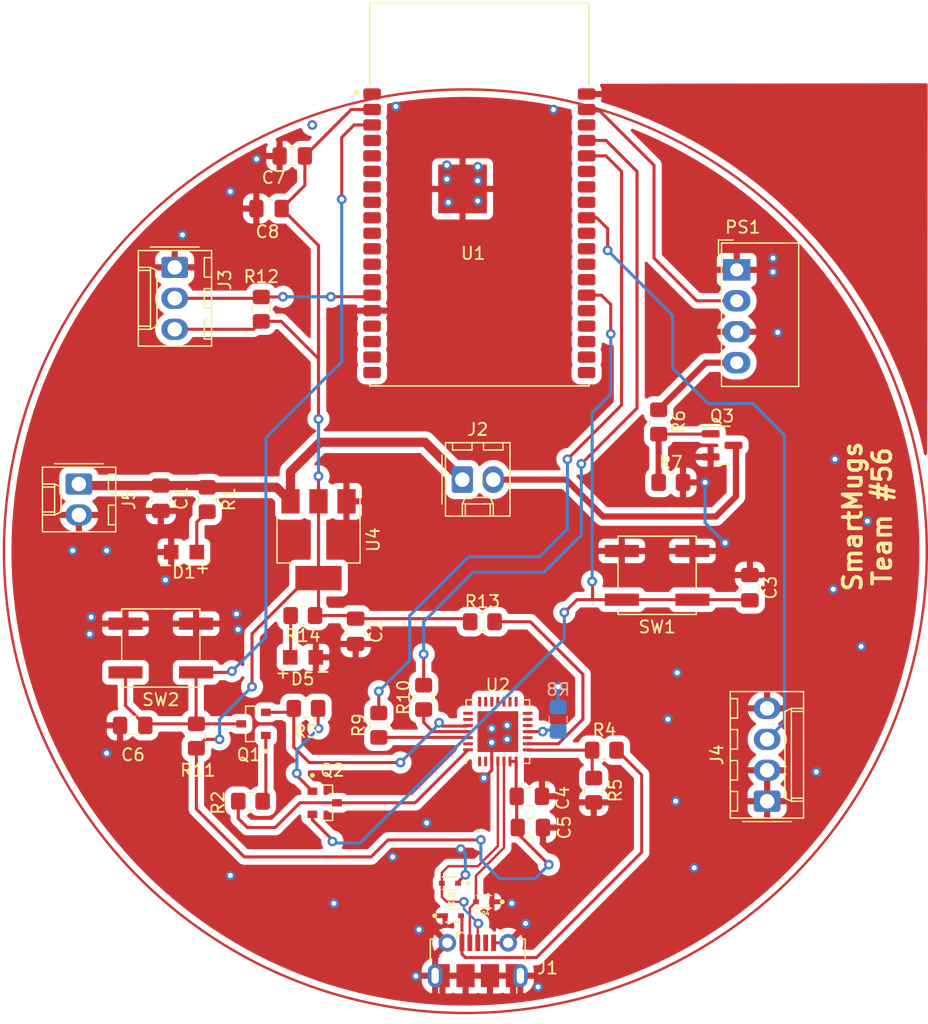
<source format=kicad_pcb>
(kicad_pcb (version 20211014) (generator pcbnew)
  (layers (0 "F.Cu" signal) (31 "B.Cu" signal) (34 "B.Paste" user) (35 "F.Paste" user) (36 "B.SilkS" user "B.Silkscreen") (37 "F.SilkS" user "F.Silkscreen") (38 "B.Mask" user) (39 "F.Mask" user) (44 "Edge.Cuts" user))
  (net 0 "")
  (net 1 "+5V")
  (net 2 "GND")
  (net 3 "+3.3V")
  (net 4 "/IO0")
  (net 5 "/EN")
  (net 6 "/USB_DP")
  (net 7 "/USB_DN")
  (net 9 "Net-(J2-Pad2)")
  (net 10 "/IO12")
  (net 11 "/IO18")
  (net 12 "/IO23")
  (net 13 "Net-(PS1-Pad4)")
  (net 14 "Net-(Q1-Pad1)")
  (net 15 "/RTS")
  (net 16 "Net-(Q2-Pad1)")
  (net 17 "/DTR")
  (net 18 "Net-(Q3-Pad1)")
  (net 19 "Net-(R4-Pad2)")
  (net 20 "Net-(R8-Pad1)")
  (net 21 "/TXD")
  (net 22 "/RXD0")
  (net 23 "/RXD")
  (net 24 "/TXD0")
  (net 25 "/I4")
  (net 26 "/I5")
  (net 27 "/I34")
  (net 28 "/I35")
  (net 29 "/IO32")
  (net 30 "/IO33")
  (net 31 "/IO25")
  (net 32 "/IO26")
  (net 33 "/IO27")
  (net 34 "/IO14")
  (net 35 "/IO13")
  (net 42 "/IO15")
  (net 43 "/IO2")
  (net 44 "/IO4")
  (net 45 "/IO5")
  (net 46 "/IO19")
  (net 47 "/IO21")
  (net 48 "/IO22")
  (net 49 "/DCD")
  (net 50 "/RI")
  (net 63 "/CTS")
  (net 64 "/DSR")
  (net 65 "Net-(R1-Pad2)")
  (net 66 "Net-(U2-Pad9)")
  (net 67 "Net-(D5-Pad+)")
  (footprint "Connector_USB:USB_Micro-B_Molex-105017-0001" (layer "F.Cu") (at 89.408 135.255)
    (fp_text reference "J1")
    (fp_text value "USB_B_Micro")
  )
  (footprint "Capacitor_SMD:C_0805_2012Metric_Pad1.18x1.45mm_HandSolder" (layer "F.Cu") (at 72.263 73.533)
    (fp_text reference "C8")
    (fp_text value "22uF")
  )
  (footprint "Resistor_SMD:R_0805_2012Metric_Pad1.20x1.40mm_HandSolder" (layer "F.Cu") (at 67.183 97.409 -90)
    (fp_text reference "R1")
    (fp_text value "5.1K")
  )
  (footprint "LTST-C171KRKT:DIOC200X125X110" (layer "F.Cu") (at 65.278 101.727)
    (fp_text reference "D1")
    (fp_text value "LTST-C171KRKT")
  )
  (footprint "ESP32-WROVER-I:XCVR_ESP32-WROVER-I" (layer "F.Cu") (at 89.5385 72.39)
    (fp_text reference "U1")
    (fp_text value "ESP32-WROVER-I")
  )
  (footprint "SS8050-G:TRANS_SS8050-G" (layer "F.Cu") (at 76.835 122.301)
    (fp_text reference "Q2")
    (fp_text value "SS8050-G")
  )
  (footprint "LESD5D5:TVS_LESD5D5.0CT1G" (layer "F.Cu") (at 89.916 130.429 180)
    (fp_text reference "D4")
    (fp_text value "LESD5D5.0CT1G")
  )
  (footprint "Resistor_SMD:R_0805_2012Metric_Pad1.20x1.40mm_HandSolder" (layer "F.Cu") (at 81.28 115.935 90)
    (fp_text reference "R9")
    (fp_text value "0R")
  )
  (footprint "Resistor_SMD:R_0805_2012Metric_Pad1.20x1.40mm_HandSolder" (layer "F.Cu") (at 98.933 121.269 -90)
    (fp_text reference "R5")
    (fp_text value "47.5K")
  )
  (footprint "Capacitor_SMD:C_0805_2012Metric_Pad1.18x1.45mm_HandSolder" (layer "F.Cu") (at 74.168 69.215 180)
    (fp_text reference "C7")
    (fp_text value "100nF")
  )
  (footprint "Package_TO_SOT_SMD:SOT-23" (layer "F.Cu") (at 109.474 92.964)
    (fp_text reference "Q3")
    (fp_text value "DMN2058U")
  )
  (footprint "Resistor_SMD:R_0805_2012Metric_Pad1.20x1.40mm_HandSolder" (layer "F.Cu") (at 75.041 106.934 180)
    (fp_text reference "R14")
    (fp_text value "5.1K")
  )
  (footprint "Resistor_SMD:R_0805_2012Metric_Pad1.20x1.40mm_HandSolder" (layer "F.Cu") (at 84.963 113.649 90)
    (fp_text reference "R10")
    (fp_text value "0R")
  )
  (footprint "Converter_DCDC:Converter_DCDC_Murata_MEE1SxxxxSC_THT" (layer "F.Cu") (at 110.6795 78.5615)
    (fp_text reference "PS1")
    (fp_text value "MEE1S0305SC")
  )
  (footprint "Resistor_SMD:R_0805_2012Metric_Pad1.20x1.40mm_HandSolder" (layer "F.Cu") (at 99.806 117.983 180)
    (fp_text reference "R4")
    (fp_text value "22.1K")
  )
  (footprint "Capacitor_SMD:C_0805_2012Metric_Pad1.18x1.45mm_HandSolder" (layer "F.Cu") (at 63.373 97.3035 -90)
    (fp_text reference "C1")
    (fp_text value "22uF")
  )
  (footprint "Resistor_SMD:R_0805_2012Metric_Pad1.20x1.40mm_HandSolder" (layer "F.Cu") (at 71.628 81.788 -90)
    (fp_text reference "R12")
    (fp_text value "4.7k")
  )
  (footprint "Resistor_SMD:R_0805_2012Metric_Pad1.20x1.40mm_HandSolder" (layer "F.Cu") (at 104.267 91.043 -90)
    (fp_text reference "R6")
    (fp_text value "100")
  )
  (footprint "Package_DFN_QFN:QFN-28-1EP_5x5mm_P0.5mm_EP3.35x3.35mm" (layer "F.Cu") (at 91.059 116.459 90)
    (fp_text reference "U2")
    (fp_text value "CP2102N-Axx-xQFN28")
  )
  (footprint "Capacitor_SMD:C_0805_2012Metric_Pad1.18x1.45mm_HandSolder" (layer "F.Cu") (at 79.375 108.2255 -90)
    (fp_text reference "C2")
    (fp_text value "22uF")
  )
  (footprint "LTST-C171KRKT:DIOC200X125X110" (layer "F.Cu") (at 75.057 110.363 180)
    (fp_text reference "D5")
    (fp_text value "LTST-C171KRKT")
  )
  (footprint "LESD5D5:TVS_LESD5D5.0CT1G" (layer "F.Cu") (at 87.376 131.572)
    (fp_text reference "D2")
    (fp_text value "LESD5D5.0CT1G")
  )
  (footprint "Capacitor_SMD:C_0805_2012Metric_Pad1.18x1.45mm_HandSolder" (layer "F.Cu") (at 93.726 124.333 180)
    (fp_text reference "C5")
    (fp_text value "4.7uF")
  )
  (footprint "Resistor_SMD:R_0805_2012Metric_Pad1.20x1.40mm_HandSolder" (layer "F.Cu") (at 89.789 107.442)
    (fp_text reference "R13")
    (fp_text value "2K")
  )
  (footprint "Capacitor_SMD:C_0805_2012Metric_Pad1.18x1.45mm_HandSolder" (layer "F.Cu") (at 111.76 104.648 -90)
    (fp_text reference "C3")
    (fp_text value "100nF")
  )
  (footprint "Connector_Molex:Molex_KK-254_AE-6410-03A_1x03_P2.54mm_Vertical" (layer "F.Cu") (at 64.516 78.359 -90)
    (fp_text reference "J3")
    (fp_text value "Temp Sensor")
  )
  (footprint "Package_TO_SOT_SMD:SOT-223-3_TabPin2" (layer "F.Cu") (at 76.327 100.711 -90)
    (fp_text reference "U4")
    (fp_text value "AMS1117-3.3")
  )
  (footprint "Resistor_SMD:R_0805_2012Metric_Pad1.20x1.40mm_HandSolder" (layer "F.Cu") (at 75.295 114.554)
    (fp_text reference "R3")
    (fp_text value "10K")
  )
  (footprint "Connector_Molex:Molex_KK-254_AE-6410-04A_1x04_P2.54mm_Vertical" (layer "F.Cu") (at 113.177 122.174 90)
    (fp_text reference "J4")
    (fp_text value "RGB LED")
  )
  (footprint "Capacitor_SMD:C_0805_2012Metric_Pad1.18x1.45mm_HandSolder" (layer "F.Cu") (at 93.6435 121.77)
    (fp_text reference "C4")
    (fp_text value "100nF")
  )
  (footprint "SS8050-G:TRANS_SS8050-G" (layer "F.Cu") (at 70.993 115.824 180)
    (fp_text reference "Q1")
    (fp_text value "SS8050-G")
  )
  (footprint "Resistor_SMD:R_0805_2012Metric_Pad1.20x1.40mm_HandSolder" (layer "F.Cu") (at 70.739 122.174)
    (fp_text reference "R2")
    (fp_text value "10K")
  )
  (footprint "Connector_Molex:Molex_KK-254_AE-6410-02A_1x02_P2.54mm_Vertical" (layer "F.Cu") (at 56.642 96.139 -90)
    (fp_text reference "J5")
    (fp_text value "Power Supply")
  )
  (footprint "Button_Switch_SMD:SW_Push_1P1T_NO_CK_KSC6xxJ" (layer "F.Cu") (at 63.373 109.601)
    (fp_text reference "SW2")
    (fp_text value "SW_SPST")
  )
  (footprint "Resistor_SMD:R_0805_2012Metric_Pad1.20x1.40mm_HandSolder" (layer "F.Cu") (at 105.267 96.012)
    (fp_text reference "R7")
    (fp_text value "10k")
  )
  (footprint "Capacitor_SMD:C_0805_2012Metric_Pad1.18x1.45mm_HandSolder" (layer "F.Cu") (at 61.0655 115.951)
    (fp_text reference "C6")
    (fp_text value "100nF")
  )
  (footprint "Connector_Molex:Molex_KK-254_AE-6410-02A_1x02_P2.54mm_Vertical" (layer "F.Cu") (at 88.138 95.778)
    (fp_text reference "J2")
    (fp_text value "Heater")
  )
  (footprint "Resistor_SMD:R_0805_2012Metric_Pad1.20x1.40mm_HandSolder" (layer "F.Cu") (at 66.294 116.824 90)
    (fp_text reference "R11")
    (fp_text value "10K")
  )
  (footprint "Button_Switch_SMD:SW_Push_1P1T_NO_CK_KSC6xxJ" (layer "F.Cu") (at 104.14 103.632)
    (fp_text reference "SW1")
    (fp_text value "SW_SPST")
  )
  (footprint "LESD5D5:TVS_LESD5D5.0CT1G" (layer "F.Cu") (at 87.122 128.905 180)
    (fp_text reference "D3")
    (fp_text value "LESD5D5.0CT1G")
  )
  (footprint "Resistor_SMD:R_0805_2012Metric_Pad1.20x1.40mm_HandSolder" (layer "B.Cu") (at 96.012 115.443 90)
    (fp_text reference "R8")
    (fp_text value "10K (NC)")
  )
  (gr_circle (center 88.392 101.654) (end 126.292 101.654) (layer "F.Cu") (width 0.2) (fill none))
  (gr_text "SmartMugs\nTeam #56" (at 121.412 98.806 90) (layer "F.SilkS") (effects (font (size 1.5 1.5) (thickness 0.3))))
  (via (at 75.819 66.675) (size 0.8) (drill 0.4) (layers "F.Cu" "B.Cu") (net 0))
  (segment (start 72.875 96.409) (end 74.027 97.561) (width 0.762) (layer "F.Cu") (net 1))
  (segment (start 102.87 126.365) (end 102.87 120.015) (width 0.25) (layer "F.Cu") (net 1))
  (segment (start 94.234 135.001) (end 102.87 126.365) (width 0.25) (layer "F.Cu") (net 1))
  (segment (start 67.183 96.409) (end 72.875 96.409) (width 0.762) (layer "F.Cu") (net 1))
  (segment (start 56.769 96.266) (end 56.642 96.139) (width 0.762) (layer "F.Cu") (net 1))
  (segment (start 100.838 117.983) (end 100.806 117.983) (width 0.25) (layer "F.Cu") (net 1))
  (segment (start 88.108 133.7925) (end 88.108 134.7175) (width 0.25) (layer "F.Cu") (net 1))
  (segment (start 63.373 96.266) (end 67.04 96.266) (width 0.762) (layer "F.Cu") (net 1))
  (segment (start 88.108 131.644) (end 88.036 131.572) (width 0.25) (layer "F.Cu") (net 1))
  (segment (start 88.3915 135.001) (end 94.234 135.001) (width 0.25) (layer "F.Cu") (net 1))
  (segment (start 67.04 96.266) (end 67.183 96.409) (width 0.762) (layer "F.Cu") (net 1))
  (segment (start 74.027 97.561) (end 74.027 95.137) (width 0.762) (layer "F.Cu") (net 1))
  (segment (start 74.027 95.137) (end 76.454 92.71) (width 0.762) (layer "F.Cu") (net 1))
  (segment (start 102.87 120.015) (end 100.838 117.983) (width 0.25) (layer "F.Cu") (net 1))
  (segment (start 85.07 92.71) (end 88.138 95.778) (width 0.762) (layer "F.Cu") (net 1))
  (segment (start 88.108 134.7175) (end 88.3915 135.001) (width 0.25) (layer "F.Cu") (net 1))
  (segment (start 63.373 96.266) (end 56.769 96.266) (width 0.762) (layer "F.Cu") (net 1))
  (segment (start 88.108 133.7925) (end 88.108 131.644) (width 0.25) (layer "F.Cu") (net 1))
  (segment (start 76.454 92.71) (end 85.07 92.71) (width 0.762) (layer "F.Cu") (net 1))
  (segment (start 90.551 117.348) (end 90.551 118.901) (width 0.254) (layer "F.Cu") (net 2))
  (segment (start 91.694 117.094) (end 91.059 116.459) (width 0.254) (layer "F.Cu") (net 2))
  (segment (start 106.267 96.012) (end 108.077 96.012) (width 0.254) (layer "F.Cu") (net 2))
  (segment (start 90.559 118.909) (end 90.559 119.626) (width 0.254) (layer "F.Cu") (net 2))
  (segment (start 91.821 117.094) (end 91.694 117.094) (width 0.254) (layer "F.Cu") (net 2))
  (segment (start 87.782 128.905) (end 87.782 128.8175) (width 0.254) (layer "F.Cu") (net 2))
  (segment (start 90.559 119.626) (end 89.916 120.269) (width 0.254) (layer "F.Cu") (net 2))
  (segment (start 90.551 118.901) (end 90.559 118.909) (width 0.254) (layer "F.Cu") (net 2))
  (segment (start 90.708 133.7925) (end 91.908 133.7925) (width 0.254) (layer "F.Cu") (net 2))
  (segment (start 87.782 128.8175) (end 88.392 128.2075) (width 0.254) (layer "F.Cu") (net 2))
  (via (at 113.665 77.597) (size 0.8) (drill 0.4) (layers "F.Cu" "B.Cu") (net 2))
  (via (at 86.868 69.977) (size 0.8) (drill 0.4) (layers "F.Cu" "B.Cu") (net 2))
  (via (at 109.728 100.965) (size 0.8) (drill 0.4) (layers "F.Cu" "B.Cu") (net 2))
  (via (at 92.202 130.556) (size 0.8) (drill 0.4) (layers "F.Cu" "B.Cu") (net 2))
  (via (at 57.658 107.061) (size 0.8) (drill 0.4) (layers "F.Cu" "B.Cu") (net 2))
  (via (at 86.868 71.12) (size 0.8) (drill 0.4) (layers "F.Cu" "B.Cu") (net 2))
  (via (at 91.821 117.094) (size 0.8) (drill 0.4) (layers "F.Cu" "B.Cu") (net 2))
  (via (at 69.723 108.077) (size 0.8) (drill 0.4) (layers "F.Cu" "B.Cu") (net 2))
  (via (at 77.597 130.556) (size 0.8) (drill 0.4) (layers "F.Cu" "B.Cu") (net 2))
  (via (at 85.217 123.952) (size 0.8) (drill 0.4) (layers "F.Cu" "B.Cu") (net 2))
  (via (at 105.029 115.443) (size 0.8) (drill 0.4) (layers "F.Cu" "B.Cu") (net 2))
  (via (at 95.631 65.405) (size 0.8) (drill 0.4) (layers "F.Cu" "B.Cu") (net 2))
  (via (at 91.821 115.951) (size 0.8) (drill 0.4) (layers "F.Cu" "B.Cu") (net 2))
  (via (at 89.916 120.269) (size 0.8) (drill 0.4) (layers "F.Cu" "B.Cu") (net 2))
  (via (at 56.134 101.6) (size 0.8) (drill 0.4) (layers "F.Cu" "B.Cu") (net 2))
  (via (at 96.012 112.776) (size 0.8) (drill 0.4) (layers "F.Cu" "B.Cu") (net 2))
  (via (at 58.928 101.6) (size 0.8) (drill 0.4) (layers "F.Cu" "B.Cu") (net 2))
  (via (at 105.791 111.633) (size 0.8) (drill 0.4) (layers "F.Cu" "B.Cu") (net 2))
  (via (at 121.412 99.187) (size 0.8) (drill 0.4) (layers "F.Cu" "B.Cu") (net 2))
  (via (at 88.392 128.2075) (size 0.8) (drill 0.4) (layers "F.Cu" "B.Cu") (net 2))
  (via (at 120.904 109.474) (size 0.8) (drill 0.4) (layers "F.Cu" "B.Cu") (net 2))
  (via (at 90.551 117.348) (size 0.8) (drill 0.4) (layers "F.Cu" "B.Cu") (net 2))
  (via (at 118.618 104.775) (size 0.8) (drill 0.4) (layers "F.Cu" "B.Cu") (net 2))
  (via (at 113.665 78.74) (size 0.8) (drill 0.4) (layers "F.Cu" "B.Cu") (net 2))
  (via (at 89.408 70.104) (size 0.8) (drill 0.4) (layers "F.Cu" "B.Cu") (net 2))
  (via (at 108.077 96.012) (size 0.8) (drill 0.4) (layers "F.Cu" "B.Cu") (net 2))
  (via (at 114.046 83.693) (size 0.8) (drill 0.4) (layers "F.Cu" "B.Cu") (net 2))
  (via (at 89.408 71.247) (size 0.8) (drill 0.4) (layers "F.Cu" "B.Cu") (net 2))
  (via (at 90.551 116.205) (size 0.8) (drill 0.4) (layers "F.Cu" "B.Cu") (net 2))
  (via (at 84.582 132.715) (size 0.8) (drill 0.4) (layers "F.Cu" "B.Cu") (net 2))
  (via (at 69.088 72.136) (size 0.8) (drill 0.4) (layers "F.Cu" "B.Cu") (net 2))
  (via (at 88.011 126.111) (size 0.8) (drill 0.4) (layers "F.Cu" "B.Cu") (net 2))
  (via (at 69.088 128.27) (size 0.8) (drill 0.4) (layers "F.Cu" "B.Cu") (net 2))
  (via (at 57.531 108.458) (size 0.8) (drill 0.4) (layers "F.Cu" "B.Cu") (net 2))
  (via (at 82.423 126.746) (size 0.8) (drill 0.4) (layers "F.Cu" "B.Cu") (net 2))
  (via (at 118.745 94.107) (size 0.8) (drill 0.4) (layers "F.Cu" "B.Cu") (net 2))
  (via (at 89.408 72.898) (size 0.8) (drill 0.4) (layers "F.Cu" "B.Cu") (net 2))
  (via (at 58.928 118.237) (size 0.8) (drill 0.4) (layers "F.Cu" "B.Cu") (net 2))
  (via (at 84.328 136.525) (size 0.8) (drill 0.4) (layers "F.Cu" "B.Cu") (net 2))
  (via (at 82.677 65.151) (size 0.8) (drill 0.4) (layers "F.Cu" "B.Cu") (net 2))
  (via (at 71.247 69.469) (size 0.8) (drill 0.4) (layers "F.Cu" "B.Cu") (net 2))
  (via (at 69.596 106.807) (size 0.8) (drill 0.4) (layers "F.Cu" "B.Cu") (net 2))
  (via (at 117.221 119.761) (size 0.8) (drill 0.4) (layers "F.Cu" "B.Cu") (net 2))
  (via (at 94.361 137.414) (size 0.8) (drill 0.4) (layers "F.Cu" "B.Cu") (net 2))
  (via (at 107.188 127.635) (size 0.8) (drill 0.4) (layers "F.Cu" "B.Cu") (net 2))
  (via (at 65.151 75.692) (size 0.8) (drill 0.4) (layers "F.Cu" "B.Cu") (net 2))
  (via (at 93.345 132.207) (size 0.8) (drill 0.4) (layers "F.Cu" "B.Cu") (net 2))
  (via (at 105.664 122.174) (size 0.8) (drill 0.4) (layers "F.Cu" "B.Cu") (net 2))
  (via (at 86.995 73.025) (size 0.8) (drill 0.4) (layers "F.Cu" "B.Cu") (net 2))
  (via (at 63.754 104.013) (size 0.8) (drill 0.4) (layers "F.Cu" "B.Cu") (net 2))
  (segment (start 96.012 114.443) (end 96.012 112.776) (width 0.254) (layer "B.Cu") (net 2))
  (segment (start 88.392 126.492) (end 88.011 126.111) (width 0.254) (layer "B.Cu") (net 2))
  (segment (start 88.392 128.2075) (end 88.392 126.492) (width 0.254) (layer "B.Cu") (net 2))
  (segment (start 108.077 96.012) (end 108.077 99.314) (width 0.254) (layer "B.Cu") (net 2))
  (segment (start 108.077 99.314) (end 109.728 100.965) (width 0.254) (layer "B.Cu") (net 2))
  (segment (start 79.0205 65.4) (end 75.2055 69.215) (width 0.254) (layer "F.Cu") (net 3))
  (segment (start 76.327 97.561) (end 76.327 103.861) (width 0.254) (layer "F.Cu") (net 3))
  (segment (start 73.263 82.788) (end 71.628 82.788) (width 0.254) (layer "F.Cu") (net 3))
  (segment (start 70.977 83.439) (end 64.516 83.439) (width 0.254) (layer "F.Cu") (net 3))
  (segment (start 66.294 122.809) (end 70.231 126.746) (width 0.254) (layer "F.Cu") (net 3))
  (segment (start 80.645 126.746) (end 82.042 125.349) (width 0.254) (layer "F.Cu") (net 3))
  (segment (start 88.535 107.188) (end 88.789 107.442) (width 0.254) (layer "F.Cu") (net 3))
  (segment (start 76.327 97.561) (end 76.327 95.504) (width 0.254) (layer "F.Cu") (net 3))
  (segment (start 79.375 107.188) (end 88.535 107.188) (width 0.254) (layer "F.Cu") (net 3))
  (segment (start 75.2055 69.215) (end 75.2055 71.628) (width 0.254) (layer "F.Cu") (net 3))
  (segment (start 92.559 121.723) (end 92.606 121.77) (width 0.254) (layer "F.Cu") (net 3))
  (segment (start 67.024 117.094) (end 66.294 117.824) (width 0.254) (layer "F.Cu") (net 3))
  (segment (start 76.327 85.852) (end 73.263 82.788) (width 0.254) (layer "F.Cu") (net 3))
  (segment (start 66.294 117.824) (end 66.294 122.809) (width 0.254) (layer "F.Cu") (net 3))
  (segment (start 76.327 76.5595) (end 73.3005 73.533) (width 0.254) (layer "F.Cu") (net 3))
  (segment (start 92.559 118.909) (end 92.559 121.723) (width 0.254) (layer "F.Cu") (net 3))
  (segment (start 79.121 106.934) (end 79.375 107.188) (width 0.254) (layer "F.Cu") (net 3))
  (segment (start 76.327 103.861) (end 76.327 106.648) (width 0.254) (layer "F.Cu") (net 3))
  (segment (start 82.042 125.349) (end 89.662 125.349) (width 0.254) (layer "F.Cu") (net 3))
  (segment (start 92.6885 124.8195) (end 92.6885 124.333) (width 0.254) (layer "F.Cu") (net 3))
  (segment (start 75.427 103.861) (end 70.866 108.422) (width 0.254) (layer "F.Cu") (net 3))
  (segment (start 71.628 82.788) (end 70.977 83.439) (width 0.254) (layer "F.Cu") (net 3))
  (segment (start 92.606 124.2505) (end 92.6885 124.333) (width 0.254) (layer "F.Cu") (net 3))
  (segment (start 92.059 118.909) (end 92.559 118.909) (width 0.254) (layer "F.Cu") (net 3))
  (segment (start 76.327 85.852) (end 76.327 76.5595) (width 0.254) (layer "F.Cu") (net 3))
  (segment (start 76.327 103.861) (end 75.427 103.861) (width 0.254) (layer "F.Cu") (net 3))
  (segment (start 70.866 108.422) (end 70.866 112.776) (width 0.254) (layer "F.Cu") (net 3))
  (segment (start 76.327 106.648) (end 76.041 106.934) (width 0.254) (layer "F.Cu") (net 3))
  (segment (start 95.25 127.381) (end 92.6885 124.8195) (width 0.254) (layer "F.Cu") (net 3))
  (segment (start 68.199 117.094) (end 67.024 117.094) (width 0.254) (layer "F.Cu") (net 3))
  (segment (start 92.606 121.77) (end 92.606 124.2505) (width 0.254) (layer "F.Cu") (net 3))
  (segment (start 70.231 126.746) (end 80.645 126.746) (width 0.254) (layer "F.Cu") (net 3))
  (segment (start 75.2055 71.628) (end 73.3005 73.533) (width 0.254) (layer "F.Cu") (net 3))
  (segment (start 76.327 90.805) (end 76.327 85.852) (width 0.254) (layer "F.Cu") (net 3))
  (segment (start 76.041 106.934) (end 79.121 106.934) (width 0.254) (layer "F.Cu") (net 3))
  (segment (start 80.7285 65.4) (end 79.0205 65.4) (width 0.254) (layer "F.Cu") (net 3))
  (via (at 70.866 112.776) (size 0.8) (drill 0.4) (layers "F.Cu" "B.Cu") (net 3))
  (via (at 76.327 95.504) (size 0.8) (drill 0.4) (layers "F.Cu" "B.Cu") (net 3))
  (via (at 95.25 127.381) (size 0.8) (drill 0.4) (layers "F.Cu" "B.Cu") (net 3))
  (via (at 68.199 117.094) (size 0.8) (drill 0.4) (layers "F.Cu" "B.Cu") (net 3))
  (via (at 76.327 90.805) (size 0.8) (drill 0.4) (layers "F.Cu" "B.Cu") (net 3))
  (via (at 89.662 125.349) (size 0.8) (drill 0.4) (layers "F.Cu" "B.Cu") (net 3))
  (segment (start 76.327 95.504) (end 76.327 90.805) (width 0.254) (layer "B.Cu") (net 3))
  (segment (start 91.198134 128.524) (end 93.853 128.524) (width 0.254) (layer "B.Cu") (net 3))
  (segment (start 89.662 125.349) (end 89.662 126.987866) (width 0.254) (layer "B.Cu") (net 3))
  (segment (start 68.199 115.443) (end 68.199 117.094) (width 0.254) (layer "B.Cu") (net 3))
  (segment (start 89.662 126.987866) (end 91.198134 128.524) (width 0.254) (layer "B.Cu") (net 3))
  (segment (start 94.107 128.524) (end 95.25 127.381) (width 0.254) (layer "B.Cu") (net 3))
  (segment (start 93.853 128.524) (end 94.107 128.524) (width 0.254) (layer "B.Cu") (net 3))
  (segment (start 70.866 112.776) (end 68.199 115.443) (width 0.254) (layer "B.Cu") (net 3))
  (segment (start 97.568 105.632) (end 98.838 105.632) (width 0.254) (layer "F.Cu") (net 4))
  (segment (start 111.7065 105.632) (end 107.04 105.632) (width 0.254) (layer "F.Cu") (net 4))
  (segment (start 77.47 125.349) (end 75.825 123.704) (width 0.254) (layer "F.Cu") (net 4))
  (segment (start 107.04 105.632) (end 101.24 105.632) (width 0.254) (layer "F.Cu") (net 4))
  (segment (start 111.76 105.6855) (end 111.7065 105.632) (width 0.254) (layer "F.Cu") (net 4))
  (segment (start 77.47 125.476) (end 77.47 125.349) (width 0.254) (layer "F.Cu") (net 4))
  (segment (start 100.33 83.82) (end 100.33 81.407) (width 0.254) (layer "F.Cu") (net 4))
  (segment (start 99.563 80.64) (end 98.3485 80.64) (width 0.254) (layer "F.Cu") (net 4))
  (segment (start 96.52 106.68) (end 97.568 105.632) (width 0.254) (layer "F.Cu") (net 4))
  (segment (start 100.33 81.407) (end 99.563 80.64) (width 0.254) (layer "F.Cu") (net 4))
  (segment (start 98.838 105.632) (end 101.24 105.632) (width 0.254) (layer "F.Cu") (net 4))
  (segment (start 98.838 105.632) (end 98.838 104.172) (width 0.254) (layer "F.Cu") (net 4))
  (segment (start 75.825 123.704) (end 75.825 123.251) (width 0.254) (layer "F.Cu") (net 4))
  (segment (start 98.838 104.172) (end 98.806 104.14) (width 0.254) (layer "F.Cu") (net 4))
  (via (at 96.52 106.68) (size 0.8) (drill 0.4) (layers "F.Cu" "B.Cu") (net 4))
  (via (at 77.47 125.476) (size 0.8) (drill 0.4) (layers "F.Cu" "B.Cu") (net 4))
  (via (at 98.806 104.14) (size 0.8) (drill 0.4) (layers "F.Cu" "B.Cu") (net 4))
  (via (at 100.33 83.82) (size 0.8) (drill 0.4) (layers "F.Cu" "B.Cu") (net 4))
  (segment (start 100.33 88.773) (end 100.33 83.82) (width 0.254) (layer "B.Cu") (net 4))
  (segment (start 77.597 125.603) (end 77.47 125.476) (width 0.254) (layer "B.Cu") (net 4))
  (segment (start 96.52 106.68) (end 96.52 108.839) (width 0.254) (layer "B.Cu") (net 4))
  (segment (start 96.52 108.839) (end 79.756 125.603) (width 0.254) (layer "B.Cu") (net 4))
  (segment (start 79.756 125.603) (end 77.597 125.603) (width 0.254) (layer "B.Cu") (net 4))
  (segment (start 98.806 90.297) (end 100.076 89.027) (width 0.254) (layer "B.Cu") (net 4))
  (segment (start 100.076 89.027) (end 100.33 88.773) (width 0.254) (layer "B.Cu") (net 4))
  (segment (start 98.806 104.14) (end 98.806 90.297) (width 0.254) (layer "B.Cu") (net 4))
  (segment (start 62.23 115.824) (end 62.103 115.951) (width 0.254) (layer "F.Cu") (net 5))
  (segment (start 66.273 115.803) (end 66.273 111.601) (width 0.254) (layer "F.Cu") (net 5))
  (segment (start 60.473 114.321) (end 60.473 111.601) (width 0.254) (layer "F.Cu") (net 5))
  (segment (start 66.294 115.824) (end 66.273 115.803) (width 0.254) (layer "F.Cu") (net 5))
  (segment (start 69.983 115.824) (end 66.294 115.824) (width 0.254) (layer "F.Cu") (net 5))
  (segment (start 78.232 72.771) (end 78.232 67.691) (width 0.254) (layer "F.Cu") (net 5))
  (segment (start 69.12 111.601) (end 69.215 111.506) (width 0.254) (layer "F.Cu") (net 5))
  (segment (start 79.253 66.67) (end 80.7285 66.67) (width 0.254) (layer "F.Cu") (net 5))
  (segment (start 66.294 115.824) (end 62.23 115.824) (width 0.254) (layer "F.Cu") (net 5))
  (segment (start 66.273 111.601) (end 69.12 111.601) (width 0.254) (layer "F.Cu") (net 5))
  (segment (start 62.103 115.951) (end 60.473 114.321) (width 0.254) (layer "F.Cu") (net 5))
  (segment (start 78.232 67.691) (end 79.253 66.67) (width 0.254) (layer "F.Cu") (net 5))
  (via (at 69.215 111.506) (size 0.8) (drill 0.4) (layers "F.Cu" "B.Cu") (net 5))
  (via (at 78.232 72.771) (size 0.8) (drill 0.4) (layers "F.Cu" "B.Cu") (net 5))
  (segment (start 69.215 111.506) (end 72.009 108.712) (width 0.254) (layer "B.Cu") (net 5))
  (segment (start 78.232 86.106) (end 78.232 72.771) (width 0.254) (layer "B.Cu") (net 5))
  (segment (start 72.009 108.712) (end 72.009 94.742) (width 0.254) (layer "B.Cu") (net 5))
  (segment (start 72.009 92.329) (end 78.105 86.233) (width 0.254) (layer "B.Cu") (net 5))
  (segment (start 78.105 86.233) (end 78.232 86.106) (width 0.254) (layer "B.Cu") (net 5))
  (segment (start 72.009 94.742) (end 72.009 92.329) (width 0.254) (layer "B.Cu") (net 5))
  (segment (start 86.868 130.429) (end 86.462 130.023) (width 0.2) (layer "F.Cu") (net 6))
  (segment (start 86.462 128.905) (end 86.462 128.041) (width 0.2) (layer "F.Cu") (net 6))
  (segment (start 89.408 127.508) (end 91.059 125.857) (width 0.2) (layer "F.Cu") (net 6))
  (segment (start 86.995 127.508) (end 89.408 127.508) (width 0.2) (layer "F.Cu") (net 6))
  (segment (start 89.408 132.2565) (end 89.4575 132.207) (width 0.2) (layer "F.Cu") (net 6))
  (segment (start 91.059 125.857) (end 91.059 118.909) (width 0.2) (layer "F.Cu") (net 6))
  (segment (start 89.408 133.7925) (end 89.408 132.2565) (width 0.2) (layer "F.Cu") (net 6))
  (segment (start 88.265 130.429) (end 86.868 130.429) (width 0.2) (layer "F.Cu") (net 6))
  (segment (start 86.462 128.041) (end 86.995 127.508) (width 0.2) (layer "F.Cu") (net 6))
  (segment (start 86.462 130.023) (end 86.462 128.905) (width 0.2) (layer "F.Cu") (net 6))
  (via (at 88.265 130.429) (size 0.8) (drill 0.4) (layers "F.Cu" "B.Cu") (net 6))
  (via (at 89.4575 132.207) (size 0.8) (drill 0.4) (layers "F.Cu" "B.Cu") (net 6))
  (segment (start 89.4575 132.207) (end 88.265 131.0145) (width 0.2) (layer "B.Cu") (net 6))
  (segment (start 88.265 131.0145) (end 88.265 130.429) (width 0.2) (layer "B.Cu") (net 6))
  (segment (start 89.256 128.295) (end 91.559 125.992) (width 0.2) (layer "F.Cu") (net 7))
  (segment (start 91.559 125.992) (end 91.559 118.909) (width 0.2) (layer "F.Cu") (net 7))
  (segment (start 88.758 130.927) (end 89.256 130.429) (width 0.2) (layer "F.Cu") (net 7))
  (segment (start 88.758 133.7925) (end 88.758 130.927) (width 0.2) (layer "F.Cu") (net 7))
  (segment (start 89.256 130.429) (end 89.256 128.295) (width 0.2) (layer "F.Cu") (net 7))
  (segment (start 90.678 95.778) (end 96.667 95.778) (width 0.508) (layer "F.Cu") (net 9))
  (segment (start 108.966 98.806) (end 110.617 97.155) (width 0.508) (layer "F.Cu") (net 9))
  (segment (start 110.617 93.1695) (end 110.4115 92.964) (width 0.508) (layer "F.Cu") (net 9))
  (segment (start 99.695 98.806) (end 108.966 98.806) (width 0.508) (layer "F.Cu") (net 9))
  (segment (start 96.667 95.778) (end 99.695 98.806) (width 0.508) (layer "F.Cu") (net 9))
  (segment (start 110.236 93.1395) (end 110.4115 92.964) (width 0.25) (layer "F.Cu") (net 9))
  (segment (start 110.617 97.155) (end 110.617 93.1695) (width 0.508) (layer "F.Cu") (net 9))
  (segment (start 77.343 80.772) (end 80.5965 80.772) (width 0.254) (layer "F.Cu") (net 10))
  (segment (start 71.628 80.788) (end 71.517 80.899) (width 0.254) (layer "F.Cu") (net 10))
  (segment (start 71.628 80.788) (end 73.39 80.788) (width 0.254) (layer "F.Cu") (net 10))
  (segment (start 73.39 80.788) (end 73.406 80.772) (width 0.254) (layer "F.Cu") (net 10))
  (segment (start 80.5965 80.772) (end 80.7285 80.64) (width 0.254) (layer "F.Cu") (net 10))
  (segment (start 71.517 80.899) (end 64.516 80.899) (width 0.254) (layer "F.Cu") (net 10))
  (segment (start 80.4535 80.915) (end 80.7285 80.64) (width 0.254) (layer "F.Cu") (net 10))
  (via (at 77.343 80.772) (size 0.8) (drill 0.4) (layers "F.Cu" "B.Cu") (net 10))
  (via (at 73.406 80.772) (size 0.8) (drill 0.4) (layers "F.Cu" "B.Cu") (net 10))
  (segment (start 73.406 80.772) (end 77.343 80.772) (width 0.254) (layer "B.Cu") (net 10))
  (segment (start 99.182 74.29) (end 98.3485 74.29) (width 0.254) (layer "F.Cu") (net 11))
  (segment (start 100.076 76.962) (end 100.076 75.184) (width 0.254) (layer "F.Cu") (net 11))
  (segment (start 100.076 75.184) (end 99.182 74.29) (width 0.254) (layer "F.Cu") (net 11))
  (via (at 100.076 76.962) (size 0.8) (drill 0.4) (layers "F.Cu" "B.Cu") (net 11))
  (segment (start 114.599 115.672) (end 114.599 92.12) (width 0.254) (layer "B.Cu") (net 11))
  (segment (start 105.41 86.614) (end 105.41 85.598) (width 0.254) (layer "B.Cu") (net 11))
  (segment (start 113.177 117.094) (end 114.599 115.672) (width 0.254) (layer "B.Cu") (net 11))
  (segment (start 114.599 92.12) (end 114.554 92.075) (width 0.254) (layer "B.Cu") (net 11))
  (segment (start 114.554 92.075) (end 112.014 89.535) (width 0.254) (layer "B.Cu") (net 11))
  (segment (start 105.41 85.598) (end 105.41 82.296) (width 0.254) (layer "B.Cu") (net 11))
  (segment (start 108.077 89.281) (end 105.41 86.614) (width 0.254) (layer "B.Cu") (net 11))
  (segment (start 111.76 89.535) (end 108.331 89.535) (width 0.254) (layer "B.Cu") (net 11))
  (segment (start 105.41 82.296) (end 100.076 76.962) (width 0.254) (layer "B.Cu") (net 11))
  (segment (start 108.331 89.535) (end 108.077 89.281) (width 0.254) (layer "B.Cu") (net 11))
  (segment (start 112.014 89.535) (end 111.76 89.535) (width 0.254) (layer "B.Cu") (net 11))
  (segment (start 98.928 65.4) (end 99.06 65.532) (width 0.254) (layer "F.Cu") (net 12))
  (segment (start 110.6795 81.1015) (end 107.3905 81.1015) (width 0.254) (layer "F.Cu") (net 12))
  (segment (start 103.886 69.977) (end 99.429122 65.520122) (width 0.254) (layer "F.Cu") (net 12))
  (segment (start 98.3485 65.4) (end 98.928 65.4) (width 0.254) (layer "F.Cu") (net 12))
  (segment (start 103.886 77.597) (end 103.886 69.977) (width 0.254) (layer "F.Cu") (net 12))
  (segment (start 107.3905 81.1015) (end 103.886 77.597) (width 0.254) (layer "F.Cu") (net 12))
  (segment (start 98.468622 65.520122) (end 98.3485 65.4) (width 0.254) (layer "F.Cu") (net 12))
  (segment (start 99.429122 65.520122) (end 98.468622 65.520122) (width 0.254) (layer "F.Cu") (net 12))
  (segment (start 110.6795 86.1815) (end 108.1285 86.1815) (width 0.508) (layer "F.Cu") (net 13))
  (segment (start 108.1285 86.1815) (end 104.267 90.043) (width 0.508) (layer "F.Cu") (net 13))
  (segment (start 72.003 116.774) (end 72.003 121.91) (width 0.254) (layer "F.Cu") (net 14))
  (segment (start 72.003 121.91) (end 71.739 122.174) (width 0.254) (layer "F.Cu") (net 14))
  (segment (start 72.003 114.874) (end 73.975 114.874) (width 0.254) (layer "F.Cu") (net 15))
  (segment (start 73.975 114.874) (end 74.295 114.554) (width 0.254) (layer "F.Cu") (net 15))
  (segment (start 86.5055 116.005) (end 88.573 116.005) (width 0.254) (layer "F.Cu") (net 15))
  (segment (start 74.295 117.729) (end 75.565 118.999) (width 0.254) (layer "F.Cu") (net 15))
  (segment (start 74.295 114.554) (end 74.295 117.729) (width 0.254) (layer "F.Cu") (net 15))
  (segment (start 75.565 118.999) (end 83.058 118.999) (width 0.254) (layer "F.Cu") (net 15))
  (segment (start 86.233 115.7325) (end 86.5055 116.005) (width 0.254) (layer "F.Cu") (net 15))
  (via (at 83.058 118.999) (size 0.8) (drill 0.4) (layers "F.Cu" "B.Cu") (net 15))
  (via (at 86.233 115.7325) (size 0.8) (drill 0.4) (layers "F.Cu" "B.Cu") (net 15))
  (segment (start 86.233 115.824) (end 86.233 115.7325) (width 0.254) (layer "B.Cu") (net 15))
  (segment (start 83.058 118.999) (end 86.233 115.824) (width 0.254) (layer "B.Cu") (net 15))
  (segment (start 74.549 120.075) (end 75.825 121.351) (width 0.254) (layer "F.Cu") (net 16))
  (segment (start 76.295 114.554) (end 76.295 116.173) (width 0.254) (layer "F.Cu") (net 16))
  (segment (start 76.295 116.173) (end 76.327 116.205) (width 0.254) (layer "F.Cu") (net 16))
  (segment (start 74.549 119.888) (end 74.549 120.075) (width 0.254) (layer "F.Cu") (net 16))
  (via (at 76.327 116.205) (size 0.8) (drill 0.4) (layers "F.Cu" "B.Cu") (net 16))
  (via (at 74.549 119.888) (size 0.8) (drill 0.4) (layers "F.Cu" "B.Cu") (net 16))
  (segment (start 76.327 116.205) (end 74.549 117.983) (width 0.254) (layer "B.Cu") (net 16))
  (segment (start 74.549 117.983) (end 74.549 119.888) (width 0.254) (layer "B.Cu") (net 16))
  (segment (start 84.267 122.301) (end 88.609 117.959) (width 0.254) (layer "F.Cu") (net 17))
  (segment (start 69.739 123.587) (end 69.739 122.174) (width 0.254) (layer "F.Cu") (net 17))
  (segment (start 77.845 122.301) (end 84.267 122.301) (width 0.254) (layer "F.Cu") (net 17))
  (segment (start 77.845 122.301) (end 74.803 122.301) (width 0.254) (layer "F.Cu") (net 17))
  (segment (start 72.771 124.333) (end 70.485 124.333) (width 0.254) (layer "F.Cu") (net 17))
  (segment (start 74.803 122.301) (end 72.771 124.333) (width 0.254) (layer "F.Cu") (net 17))
  (segment (start 70.485 124.333) (end 69.739 123.587) (width 0.254) (layer "F.Cu") (net 17))
  (segment (start 104.267 92.043) (end 108.5075 92.043) (width 0.25) (layer "F.Cu") (net 18))
  (segment (start 108.5075 92.043) (end 108.5365 92.014) (width 0.25) (layer "F.Cu") (net 18))
  (segment (start 104.296 92.014) (end 104.267 92.043) (width 0.25) (layer "F.Cu") (net 18))
  (segment (start 104.267 96.012) (end 104.267 92.043) (width 0.508) (layer "F.Cu") (net 18))
  (segment (start 98.806 117.983) (end 93.533 117.983) (width 0.25) (layer "F.Cu") (net 19))
  (segment (start 98.806 117.983) (end 98.806 120.142) (width 0.25) (layer "F.Cu") (net 19))
  (segment (start 98.806 120.142) (end 98.933 120.269) (width 0.25) (layer "F.Cu") (net 19))
  (segment (start 93.533 117.983) (end 93.509 117.959) (width 0.25) (layer "F.Cu") (net 19))
  (segment (start 94.742 116.459) (end 93.509 116.459) (width 0.254) (layer "F.Cu") (net 20))
  (via (at 94.742 116.459) (size 0.8) (drill 0.4) (layers "F.Cu" "B.Cu") (net 20))
  (segment (start 94.869 116.332) (end 94.742 116.459) (width 0.254) (layer "B.Cu") (net 20))
  (segment (start 96.012 116.332) (end 94.869 116.332) (width 0.254) (layer "B.Cu") (net 20))
  (segment (start 81.28 116.935) (end 88.585 116.935) (width 0.254) (layer "F.Cu") (net 21))
  (segment (start 88.585 116.935) (end 88.609 116.959) (width 0.254) (layer "F.Cu") (net 21))
  (segment (start 81.28 114.935) (end 81.28 113.157) (width 0.254) (layer "F.Cu") (net 22))
  (segment (start 96.774 94.107) (end 101.219 89.662) (width 0.254) (layer "F.Cu") (net 22))
  (segment (start 101.219 89.662) (end 101.219 70.485) (width 0.254) (layer "F.Cu") (net 22))
  (segment (start 99.944 69.21) (end 98.3485 69.21) (width 0.254) (layer "F.Cu") (net 22))
  (segment (start 101.219 70.485) (end 99.944 69.21) (width 0.254) (layer "F.Cu") (net 22))
  (via (at 96.774 94.107) (size 0.8) (drill 0.4) (layers "F.Cu" "B.Cu") (net 22))
  (via (at 81.28 113.157) (size 0.8) (drill 0.4) (layers "F.Cu" "B.Cu") (net 22))
  (segment (start 83.82 106.934) (end 88.646 102.108) (width 0.254) (layer "B.Cu") (net 22))
  (segment (start 81.28 113.157) (end 83.82 110.617) (width 0.254) (layer "B.Cu") (net 22))
  (segment (start 94.488 102.108) (end 96.774 99.822) (width 0.254) (layer "B.Cu") (net 22))
  (segment (start 83.82 110.617) (end 83.82 106.934) (width 0.254) (layer "B.Cu") (net 22))
  (segment (start 88.773 102.108) (end 94.361 102.108) (width 0.254) (layer "B.Cu") (net 22))
  (segment (start 88.646 102.108) (end 88.773 102.108) (width 0.254) (layer "B.Cu") (net 22))
  (segment (start 96.774 99.822) (end 96.774 94.107) (width 0.254) (layer "B.Cu") (net 22))
  (segment (start 94.361 102.108) (end 94.488 102.108) (width 0.254) (layer "B.Cu") (net 22))
  (segment (start 84.963 115.697) (end 85.725 116.459) (width 0.254) (layer "F.Cu") (net 23))
  (segment (start 84.963 114.649) (end 84.963 115.697) (width 0.254) (layer "F.Cu") (net 23))
  (segment (start 85.725 116.459) (end 88.609 116.459) (width 0.254) (layer "F.Cu") (net 23))
  (segment (start 97.917 94.488) (end 102.489 89.916) (width 0.254) (layer "F.Cu") (net 24))
  (segment (start 102.489 70.485) (end 99.944 67.94) (width 0.254) (layer "F.Cu") (net 24))
  (segment (start 99.944 67.94) (end 98.3485 67.94) (width 0.254) (layer "F.Cu") (net 24))
  (segment (start 84.963 112.649) (end 84.963 110.109) (width 0.254) (layer "F.Cu") (net 24))
  (segment (start 102.489 89.916) (end 102.489 70.485) (width 0.254) (layer "F.Cu") (net 24))
  (via (at 84.963 110.109) (size 0.8) (drill 0.4) (layers "F.Cu" "B.Cu") (net 24))
  (via (at 97.917 94.488) (size 0.8) (drill 0.4) (layers "F.Cu" "B.Cu") (net 24))
  (segment (start 89.027 103.378) (end 94.869 103.378) (width 0.254) (layer "B.Cu") (net 24))
  (segment (start 97.917 100.33) (end 97.917 94.488) (width 0.254) (layer "B.Cu") (net 24))
  (segment (start 94.869 103.378) (end 97.917 100.33) (width 0.254) (layer "B.Cu") (net 24))
  (segment (start 84.963 110.109) (end 84.963 107.442) (width 0.254) (layer "B.Cu") (net 24))
  (segment (start 84.963 107.442) (end 88.519 103.886) (width 0.254) (layer "B.Cu") (net 24))
  (segment (start 88.519 103.886) (end 89.027 103.378) (width 0.254) (layer "B.Cu") (net 24))
  (segment (start 67.183 98.409) (end 66.328 99.264) (width 0.25) (layer "F.Cu") (net 65))
  (segment (start 66.328 99.264) (end 66.328 101.727) (width 0.25) (layer "F.Cu") (net 65))
  (segment (start 98.044 111.76) (end 98.044 115.443) (width 0.254) (layer "F.Cu") (net 66))
  (segment (start 98.044 115.443) (end 96.028 117.459) (width 0.254) (layer "F.Cu") (net 66))
  (segment (start 93.726 107.442) (end 98.044 111.76) (width 0.254) (layer "F.Cu") (net 66))
  (segment (start 90.789 107.442) (end 93.726 107.442) (width 0.254) (layer "F.Cu") (net 66))
  (segment (start 96.028 117.459) (end 93.509 117.459) (width 0.254) (layer "F.Cu") (net 66))
  (segment (start 74.041 110.49) (end 74.041 106.934) (width 0.254) (layer "F.Cu") (net 67))
  (zone (net 2) (net_name "GND") (layer "F.Cu") (connect_pads (clearance 0.508)) (min_thickness 0.254) (fill yes (thermal_gap 0.508) (thermal_bridge_width 0.508))
    (polygon (pts (xy 126.239616 139.953161) (xy 50.419142 139.573) (xy 50.165142 63.373) (xy 126.366616 63.245161)))
  )
)
</source>
